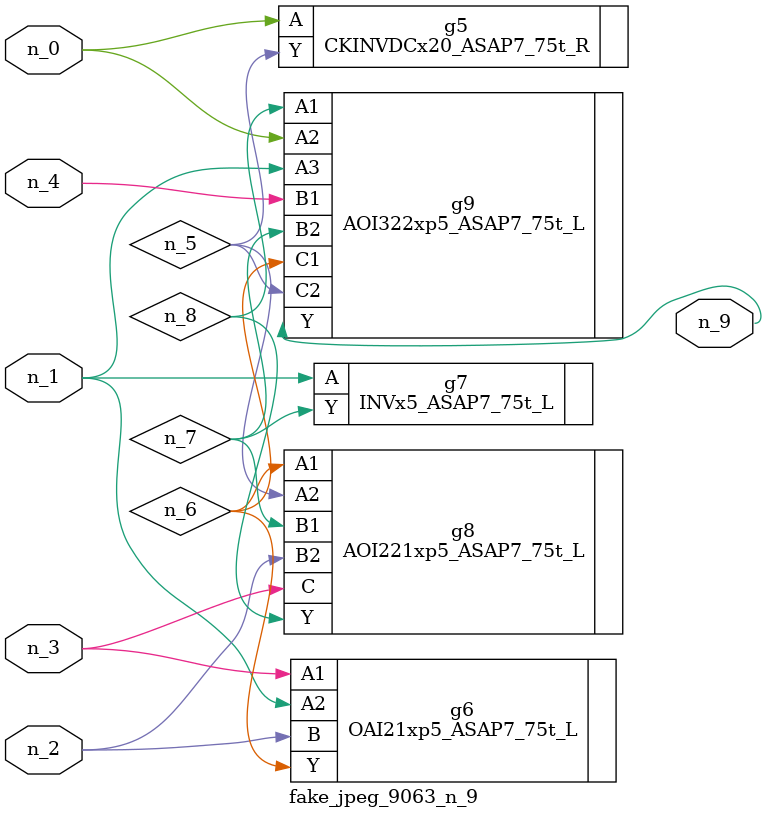
<source format=v>
module fake_jpeg_9063_n_9 (n_3, n_2, n_1, n_0, n_4, n_9);

input n_3;
input n_2;
input n_1;
input n_0;
input n_4;

output n_9;

wire n_8;
wire n_6;
wire n_5;
wire n_7;

CKINVDCx20_ASAP7_75t_R g5 ( 
.A(n_0),
.Y(n_5)
);

OAI21xp5_ASAP7_75t_L g6 ( 
.A1(n_3),
.A2(n_1),
.B(n_2),
.Y(n_6)
);

INVx5_ASAP7_75t_L g7 ( 
.A(n_1),
.Y(n_7)
);

AOI221xp5_ASAP7_75t_L g8 ( 
.A1(n_6),
.A2(n_5),
.B1(n_7),
.B2(n_2),
.C(n_3),
.Y(n_8)
);

AOI322xp5_ASAP7_75t_L g9 ( 
.A1(n_8),
.A2(n_0),
.A3(n_1),
.B1(n_4),
.B2(n_7),
.C1(n_6),
.C2(n_5),
.Y(n_9)
);


endmodule
</source>
